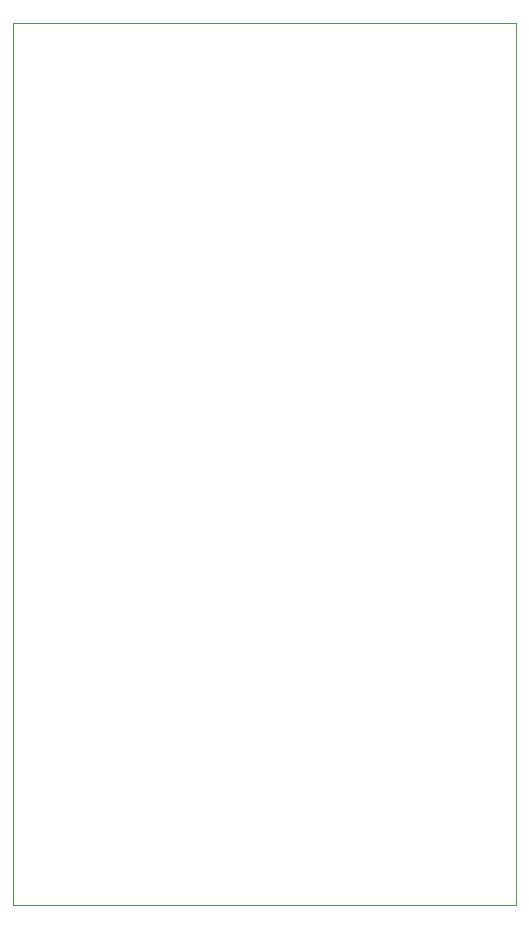
<source format=gm1>
G04 #@! TF.FileFunction,Profile,NP*
%FSLAX46Y46*%
G04 Gerber Fmt 4.6, Leading zero omitted, Abs format (unit mm)*
G04 Created by KiCad (PCBNEW 4.0.6) date Saturday, October 28, 2017 'PMt' 04:50:48 PM*
%MOMM*%
%LPD*%
G01*
G04 APERTURE LIST*
%ADD10C,0.100000*%
G04 APERTURE END LIST*
D10*
X186360000Y-54510000D02*
X186360000Y-129230000D01*
X143770000Y-129230000D02*
X186360000Y-129230000D01*
X143770000Y-54510000D02*
X143770000Y-129230000D01*
X186360000Y-54510000D02*
X143770000Y-54510000D01*
M02*

</source>
